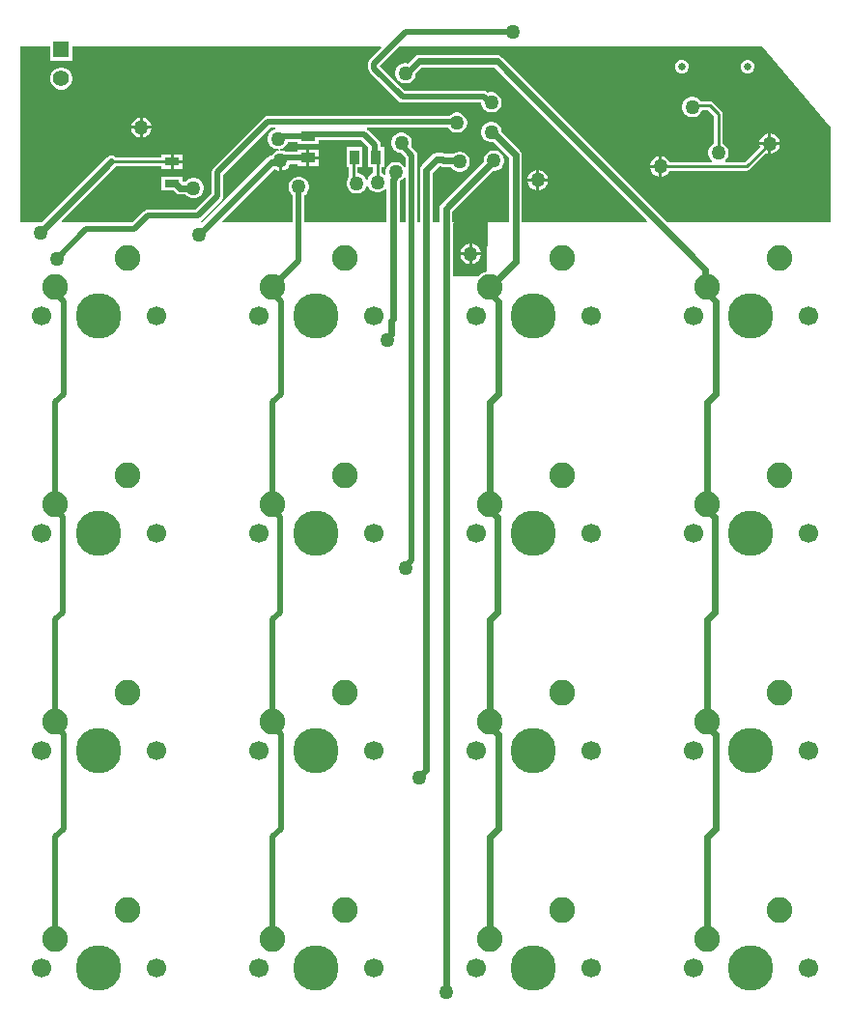
<source format=gbr>
G04*
G04 #@! TF.GenerationSoftware,Altium Limited,Altium Designer,22.4.2 (48)*
G04*
G04 Layer_Physical_Order=1*
G04 Layer_Color=255*
%FSLAX25Y25*%
%MOIN*%
G70*
G04*
G04 #@! TF.SameCoordinates,D4448EEE-889B-48FB-A541-E9576EB43F8F*
G04*
G04*
G04 #@! TF.FilePolarity,Positive*
G04*
G01*
G75*
%ADD12C,0.01000*%
%ADD13R,0.05118X0.02756*%
%ADD14R,0.05118X0.03543*%
%ADD15R,0.03543X0.05118*%
%ADD26C,0.01968*%
%ADD27C,0.02461*%
%ADD28C,0.08858*%
%ADD29C,0.06693*%
%ADD30C,0.15700*%
%ADD31C,0.02559*%
%ADD32C,0.05575*%
%ADD33R,0.05575X0.05575*%
%ADD34C,0.05000*%
G36*
X510236Y360236D02*
Y327559D01*
X454003D01*
X396884Y384679D01*
X396146Y385172D01*
X395276Y385345D01*
X368302D01*
X367432Y385172D01*
X366695Y384679D01*
X364387Y382371D01*
X364142Y382437D01*
X363220D01*
X362330Y382199D01*
X361532Y381738D01*
X360880Y381086D01*
X360420Y380288D01*
X360181Y379398D01*
Y378476D01*
X360420Y377586D01*
X360880Y376788D01*
X361532Y376136D01*
X362330Y375676D01*
X363220Y375437D01*
X364142D01*
X365032Y375676D01*
X365830Y376136D01*
X366482Y376788D01*
X366943Y377586D01*
X367181Y378476D01*
Y378733D01*
X369245Y380797D01*
X394334D01*
X447110Y328021D01*
X446918Y327559D01*
X403849D01*
Y350787D01*
X403676Y351658D01*
X403183Y352395D01*
X396807Y358771D01*
Y359122D01*
X396569Y360012D01*
X396108Y360810D01*
X395456Y361462D01*
X394658Y361923D01*
X393768Y362161D01*
X392846D01*
X391956Y361923D01*
X391158Y361462D01*
X390506Y360810D01*
X390046Y360012D01*
X389807Y359122D01*
Y358201D01*
X390046Y357311D01*
X390506Y356512D01*
X391158Y355861D01*
X391956Y355400D01*
X392846Y355161D01*
X393768D01*
X393939Y355207D01*
X399301Y349846D01*
Y327559D01*
X392205D01*
X391833Y310617D01*
X390778Y310335D01*
X389541Y309620D01*
X388949Y309028D01*
X380473Y308950D01*
X380118Y309302D01*
Y327274D01*
X380224Y327559D01*
X379833D01*
Y331342D01*
X393810Y345319D01*
X394555D01*
X395445Y345557D01*
X396244Y346018D01*
X396895Y346670D01*
X397356Y347468D01*
X397594Y348358D01*
Y349280D01*
X397356Y350170D01*
X396895Y350968D01*
X396244Y351620D01*
X395445Y352080D01*
X394555Y352319D01*
X393634D01*
X392743Y352080D01*
X391945Y351620D01*
X391294Y350968D01*
X390833Y350170D01*
X390595Y349280D01*
Y348535D01*
X375951Y333891D01*
X375458Y333154D01*
X375285Y332283D01*
Y327559D01*
X373140D01*
Y344727D01*
X375351Y346939D01*
X375687D01*
X375879Y346810D01*
X376749Y346637D01*
X379373D01*
X379581Y346276D01*
X380233Y345624D01*
X381031Y345164D01*
X381921Y344925D01*
X382843D01*
X383733Y345164D01*
X384531Y345624D01*
X385183Y346276D01*
X385643Y347074D01*
X385882Y347964D01*
Y348886D01*
X385643Y349776D01*
X385183Y350574D01*
X384531Y351226D01*
X383733Y351687D01*
X382843Y351925D01*
X381921D01*
X381031Y351687D01*
X380233Y351226D01*
X380192Y351185D01*
X377510D01*
X377318Y351313D01*
X376448Y351487D01*
X374410D01*
X373539Y351313D01*
X372801Y350821D01*
X369258Y347277D01*
X368765Y346539D01*
X368592Y345669D01*
Y327559D01*
X367771D01*
Y350656D01*
X367617Y351430D01*
X367179Y352087D01*
X365592Y353673D01*
X365803Y354461D01*
Y355382D01*
X365565Y356272D01*
X365104Y357070D01*
X364452Y357722D01*
X363654Y358183D01*
X362764Y358421D01*
X361842D01*
X360952Y358183D01*
X360154Y357722D01*
X359502Y357070D01*
X359042Y356272D01*
X358803Y355382D01*
Y354461D01*
X359042Y353570D01*
X359502Y352772D01*
X360154Y352121D01*
X360952Y351660D01*
X361842Y351421D01*
X362122D01*
X363725Y349818D01*
Y346839D01*
X363225Y346705D01*
X363037Y347031D01*
X362385Y347683D01*
X361587Y348143D01*
X360697Y348382D01*
X359775D01*
X358885Y348143D01*
X358087Y347683D01*
X357435Y347031D01*
X356975Y346233D01*
X356736Y345343D01*
Y344421D01*
X356819Y344114D01*
X356370Y343855D01*
X356086Y344139D01*
X355466Y344497D01*
Y346441D01*
X356315D01*
Y353559D01*
X355152D01*
Y354155D01*
X354998Y354929D01*
X354559Y355585D01*
X350766Y359378D01*
X350312Y359682D01*
X350464Y360182D01*
X378354D01*
X378597Y359760D01*
X379249Y359109D01*
X380047Y358648D01*
X380937Y358410D01*
X381858D01*
X382749Y358648D01*
X383547Y359109D01*
X384198Y359760D01*
X384659Y360559D01*
X384898Y361449D01*
Y362370D01*
X384659Y363260D01*
X384198Y364058D01*
X383547Y364710D01*
X382749Y365171D01*
X381858Y365409D01*
X380937D01*
X380047Y365171D01*
X379249Y364710D01*
X378766Y364228D01*
X316142D01*
X315368Y364074D01*
X314711Y363635D01*
X297388Y346312D01*
X296950Y345656D01*
X296796Y344882D01*
Y337452D01*
X291288Y331944D01*
X274737D01*
X273963Y331790D01*
X273306Y331352D01*
X269514Y327559D01*
X245208D01*
X245016Y328021D01*
X263813Y346817D01*
X263865Y346896D01*
X279512D01*
Y346047D01*
X282571D01*
Y348425D01*
Y350803D01*
X279512D01*
Y349955D01*
X263865D01*
X263813Y350033D01*
X263075Y350526D01*
X262205Y350699D01*
X261334Y350526D01*
X260597Y350033D01*
X238123Y327559D01*
X231062D01*
X230709Y327913D01*
X230709Y330709D01*
X230709Y388233D01*
X241094D01*
Y383378D01*
X248669D01*
Y388233D01*
X355191D01*
X355382Y387771D01*
X351353Y383742D01*
X350915Y383086D01*
X350761Y382311D01*
Y380681D01*
X350915Y379907D01*
X351353Y379250D01*
X361168Y369436D01*
X361824Y368997D01*
X362598Y368843D01*
X389800D01*
X389807Y368836D01*
Y368437D01*
X390046Y367547D01*
X390506Y366749D01*
X391158Y366097D01*
X391956Y365636D01*
X392846Y365398D01*
X393768D01*
X394658Y365636D01*
X395456Y366097D01*
X396108Y366749D01*
X396569Y367547D01*
X396807Y368437D01*
Y369358D01*
X396569Y370249D01*
X396108Y371047D01*
X395456Y371698D01*
X394658Y372159D01*
X393768Y372398D01*
X392846D01*
X392154Y372212D01*
X392069Y372297D01*
X391412Y372735D01*
X390638Y372889D01*
X363436D01*
X354830Y381496D01*
X361566Y388233D01*
X486614D01*
X510236Y360236D01*
D02*
G37*
G36*
X350494Y353929D02*
X350772Y353559D01*
X350772D01*
X350772Y353559D01*
Y346441D01*
X352408D01*
Y344497D01*
X351788Y344139D01*
X351136Y343488D01*
X350676Y342689D01*
X350600Y342407D01*
X350313Y342342D01*
X350071Y342366D01*
X349651Y343094D01*
X348999Y343746D01*
X348201Y344206D01*
X347311Y344445D01*
X347199D01*
Y346441D01*
X348835D01*
Y353559D01*
X343291D01*
Y346441D01*
X344140D01*
Y343208D01*
X344144Y343188D01*
X344050Y343094D01*
X343589Y342296D01*
X343350Y341406D01*
Y340484D01*
X343589Y339594D01*
X344050Y338796D01*
X344701Y338144D01*
X345499Y337683D01*
X346390Y337445D01*
X347311D01*
X348201Y337683D01*
X348999Y338144D01*
X349651Y338796D01*
X350112Y339594D01*
X350188Y339877D01*
X350474Y339942D01*
X350716Y339917D01*
X351136Y339190D01*
X351788Y338538D01*
X352586Y338077D01*
X353476Y337839D01*
X354398D01*
X355288Y338077D01*
X356086Y338538D01*
X356675Y339127D01*
X357175Y339038D01*
Y327559D01*
X328795D01*
Y336890D01*
X328921Y336963D01*
X329572Y337615D01*
X330033Y338413D01*
X330272Y339303D01*
Y340225D01*
X330033Y341115D01*
X329572Y341913D01*
X328921Y342565D01*
X328123Y343025D01*
X327232Y343264D01*
X326311D01*
X325421Y343025D01*
X324623Y342565D01*
X323971Y341913D01*
X323510Y341115D01*
X323272Y340225D01*
Y339303D01*
X323510Y338413D01*
X323971Y337615D01*
X324623Y336963D01*
X324748Y336890D01*
Y327559D01*
X300621D01*
X300430Y328021D01*
X318389Y345980D01*
X319122Y345557D01*
X319972Y345329D01*
Y348819D01*
X320972D01*
Y345329D01*
X321823Y345557D01*
X322621Y346018D01*
X323273Y346670D01*
X323734Y347468D01*
X323799Y347710D01*
X326489D01*
Y346961D01*
X329548D01*
Y349733D01*
Y352505D01*
X326489D01*
Y351756D01*
X322385D01*
X321823Y352080D01*
X320933Y352319D01*
X320285D01*
X320219Y352819D01*
X321036Y353038D01*
X321834Y353499D01*
X322486Y354150D01*
X322947Y354948D01*
X323011Y355190D01*
X326489D01*
Y354442D01*
X333607D01*
Y355925D01*
X348498D01*
X350494Y353929D01*
D02*
G37*
G36*
X363725Y342924D02*
Y327559D01*
X361723D01*
Y341538D01*
X361851Y341730D01*
X361861Y341778D01*
X362385Y342081D01*
X363037Y342733D01*
X363225Y343058D01*
X363725Y342924D01*
D02*
G37*
G36*
X318785Y359682D02*
X318334Y359561D01*
X317536Y359100D01*
X316884Y358448D01*
X316424Y357650D01*
X316185Y356760D01*
Y355838D01*
X316424Y354948D01*
X316884Y354150D01*
X317536Y353499D01*
X318334Y353038D01*
X319224Y352799D01*
X319872D01*
X319938Y352299D01*
X319122Y352080D01*
X318323Y351620D01*
X317672Y350968D01*
X317455Y350593D01*
X316656Y350434D01*
X315918Y349941D01*
X293536Y327559D01*
X292984D01*
X292900Y328052D01*
X293557Y328491D01*
X300250Y335184D01*
X300688Y335840D01*
X300842Y336614D01*
Y344044D01*
X316980Y360182D01*
X318720D01*
X318785Y359682D01*
D02*
G37*
%LPC*%
G36*
X482166Y383559D02*
X481259D01*
X480421Y383212D01*
X479780Y382571D01*
X479433Y381733D01*
Y380826D01*
X479780Y379988D01*
X480421Y379347D01*
X481259Y379000D01*
X482166D01*
X483004Y379347D01*
X483645Y379988D01*
X483992Y380826D01*
Y381733D01*
X483645Y382571D01*
X483004Y383212D01*
X482166Y383559D01*
D02*
G37*
G36*
X459410D02*
X458503D01*
X457665Y383212D01*
X457024Y382571D01*
X456677Y381733D01*
Y380826D01*
X457024Y379988D01*
X457665Y379347D01*
X458503Y379000D01*
X459410D01*
X460248Y379347D01*
X460889Y379988D01*
X461236Y380826D01*
Y381733D01*
X460889Y382571D01*
X460248Y383212D01*
X459410Y383559D01*
D02*
G37*
G36*
X245380Y380953D02*
X244383D01*
X243420Y380695D01*
X242556Y380196D01*
X241851Y379491D01*
X241353Y378627D01*
X241094Y377664D01*
Y376667D01*
X241353Y375704D01*
X241851Y374840D01*
X242556Y374135D01*
X243420Y373636D01*
X244383Y373378D01*
X245380D01*
X246344Y373636D01*
X247207Y374135D01*
X247913Y374840D01*
X248411Y375704D01*
X248669Y376667D01*
Y377664D01*
X248411Y378627D01*
X247913Y379491D01*
X247207Y380196D01*
X246344Y380695D01*
X245380Y380953D01*
D02*
G37*
G36*
X272941Y363726D02*
Y360736D01*
X275930D01*
X275702Y361587D01*
X275242Y362385D01*
X274590Y363037D01*
X273792Y363498D01*
X272941Y363726D01*
D02*
G37*
G36*
X271941D02*
X271090Y363498D01*
X270292Y363037D01*
X269640Y362385D01*
X269180Y361587D01*
X268952Y360736D01*
X271941D01*
Y363726D01*
D02*
G37*
G36*
X275930Y359736D02*
X272941D01*
Y356747D01*
X273792Y356975D01*
X274590Y357435D01*
X275242Y358087D01*
X275702Y358885D01*
X275930Y359736D01*
D02*
G37*
G36*
X271941D02*
X268952D01*
X269180Y358885D01*
X269640Y358087D01*
X270292Y357435D01*
X271090Y356975D01*
X271941Y356747D01*
Y359736D01*
D02*
G37*
G36*
X489870Y358214D02*
Y355224D01*
X492860D01*
X492632Y356075D01*
X492171Y356873D01*
X491519Y357525D01*
X490721Y357986D01*
X489870Y358214D01*
D02*
G37*
G36*
X488870D02*
X488019Y357986D01*
X487221Y357525D01*
X486569Y356873D01*
X486109Y356075D01*
X485881Y355224D01*
X488870D01*
Y358214D01*
D02*
G37*
G36*
X492860Y354224D02*
X489870D01*
Y351235D01*
X490721Y351463D01*
X491519Y351924D01*
X492171Y352575D01*
X492632Y353374D01*
X492860Y354224D01*
D02*
G37*
G36*
X463059Y370823D02*
X462138D01*
X461247Y370584D01*
X460449Y370124D01*
X459798Y369472D01*
X459337Y368674D01*
X459098Y367784D01*
Y366862D01*
X459337Y365972D01*
X459798Y365174D01*
X460449Y364522D01*
X461247Y364061D01*
X462138Y363823D01*
X463059D01*
X463949Y364061D01*
X464747Y364522D01*
X465399Y365174D01*
X465860Y365972D01*
X465948Y366300D01*
X468152D01*
X470124Y364327D01*
Y354733D01*
X469504Y354376D01*
X468853Y353724D01*
X468392Y352926D01*
X468153Y352036D01*
Y351114D01*
X468392Y350224D01*
X468853Y349426D01*
X469399Y348880D01*
X469249Y348380D01*
X454733D01*
X454376Y348999D01*
X453724Y349651D01*
X452926Y350112D01*
X452075Y350340D01*
Y346850D01*
Y343361D01*
X452926Y343589D01*
X453724Y344050D01*
X454376Y344701D01*
X454733Y345321D01*
X481496D01*
X482081Y345437D01*
X482578Y345769D01*
X488218Y351410D01*
X488870Y351235D01*
Y354224D01*
X485881D01*
X486055Y353573D01*
X480863Y348380D01*
X474058D01*
X473908Y348880D01*
X474454Y349426D01*
X474915Y350224D01*
X475153Y351114D01*
Y352036D01*
X474915Y352926D01*
X474454Y353724D01*
X473803Y354376D01*
X473183Y354733D01*
Y364961D01*
X473067Y365546D01*
X472735Y366042D01*
X469867Y368910D01*
X469371Y369242D01*
X468785Y369358D01*
X465465D01*
X465399Y369472D01*
X464747Y370124D01*
X463949Y370584D01*
X463059Y370823D01*
D02*
G37*
G36*
X286630Y350803D02*
X283571D01*
Y348925D01*
X286630D01*
Y350803D01*
D02*
G37*
G36*
X451075Y350340D02*
X450224Y350112D01*
X449426Y349651D01*
X448774Y348999D01*
X448313Y348201D01*
X448085Y347350D01*
X451075D01*
Y350340D01*
D02*
G37*
G36*
X286630Y347925D02*
X283571D01*
Y346047D01*
X286630D01*
Y347925D01*
D02*
G37*
G36*
X451075Y346350D02*
X448085D01*
X448313Y345499D01*
X448774Y344701D01*
X449426Y344050D01*
X450224Y343589D01*
X451075Y343361D01*
Y346350D01*
D02*
G37*
G36*
X409793Y345616D02*
Y342626D01*
X412782D01*
X412554Y343477D01*
X412093Y344275D01*
X411442Y344927D01*
X410644Y345388D01*
X409793Y345616D01*
D02*
G37*
G36*
X408793D02*
X407942Y345388D01*
X407144Y344927D01*
X406492Y344275D01*
X406031Y343477D01*
X405803Y342626D01*
X408793D01*
Y345616D01*
D02*
G37*
G36*
X412782Y341626D02*
X409793D01*
Y338636D01*
X410644Y338864D01*
X411442Y339325D01*
X412093Y339977D01*
X412554Y340775D01*
X412782Y341626D01*
D02*
G37*
G36*
X408793D02*
X405803D01*
X406031Y340775D01*
X406492Y339977D01*
X407144Y339325D01*
X407942Y338864D01*
X408793Y338636D01*
Y341626D01*
D02*
G37*
G36*
X286630Y343323D02*
X279512D01*
Y338567D01*
X283414D01*
X284219Y337762D01*
X284957Y337269D01*
X285827Y337096D01*
X287875D01*
X288402Y336569D01*
X289200Y336109D01*
X290090Y335870D01*
X291012D01*
X291902Y336109D01*
X292700Y336569D01*
X293352Y337221D01*
X293813Y338019D01*
X294051Y338909D01*
Y339831D01*
X293813Y340721D01*
X293352Y341519D01*
X292700Y342171D01*
X291902Y342632D01*
X291012Y342870D01*
X290090D01*
X289200Y342632D01*
X288402Y342171D01*
X287875Y341644D01*
X286769D01*
X286630Y341783D01*
Y343323D01*
D02*
G37*
G36*
X386622Y320123D02*
Y317134D01*
X389612D01*
X389384Y317985D01*
X388923Y318783D01*
X388271Y319435D01*
X387473Y319895D01*
X386622Y320123D01*
D02*
G37*
G36*
X385622D02*
X384771Y319895D01*
X383973Y319435D01*
X383321Y318783D01*
X382861Y317985D01*
X382633Y317134D01*
X385622D01*
Y320123D01*
D02*
G37*
G36*
X389612Y316134D02*
X386622D01*
Y313144D01*
X387473Y313372D01*
X388271Y313833D01*
X388923Y314485D01*
X389384Y315283D01*
X389612Y316134D01*
D02*
G37*
G36*
X385622D02*
X382633D01*
X382861Y315283D01*
X383321Y314485D01*
X383973Y313833D01*
X384771Y313372D01*
X385622Y313144D01*
Y316134D01*
D02*
G37*
G36*
X333607Y352505D02*
X330548D01*
Y350233D01*
X333607D01*
Y352505D01*
D02*
G37*
G36*
Y349233D02*
X330548D01*
Y346961D01*
X333607D01*
Y349233D01*
D02*
G37*
%LPD*%
D12*
X262205Y348425D02*
X283071D01*
X353937Y341339D02*
Y350000D01*
X467874Y228162D02*
Y230276D01*
Y153556D02*
Y155276D01*
X392874Y303149D02*
Y305276D01*
X463104Y367829D02*
X468785D01*
X471654Y353543D02*
Y364961D01*
X468785Y367829D02*
X471654Y364961D01*
X451575Y346850D02*
X481496D01*
X489370Y354724D01*
X283071Y340945D02*
X284252D01*
X345669Y343208D02*
Y350000D01*
X346850Y340945D02*
Y342027D01*
X345669Y343208D02*
X346850Y342027D01*
X462598Y367323D02*
X463104Y367829D01*
D13*
X283071Y340945D02*
D03*
Y348425D02*
D03*
D14*
X330048Y349733D02*
D03*
Y357213D02*
D03*
D15*
X346063Y350000D02*
D03*
X353543D02*
D03*
D26*
X316142Y362205D02*
X381102D01*
X381398Y361910D01*
X322207Y349733D02*
X330048D01*
X320472Y348819D02*
X321293D01*
X322207Y349733D01*
X320505Y356299D02*
X321420Y357213D01*
X330048D01*
X319685Y356299D02*
X320505D01*
X330048Y357213D02*
X330782Y357948D01*
X298819Y344882D02*
X316142Y362205D01*
X362303Y354101D02*
X365748Y350656D01*
Y210937D02*
Y350656D01*
X362303Y354101D02*
Y354921D01*
X253543Y325197D02*
X270013D01*
X243307Y314961D02*
X253543Y325197D01*
X363779Y208968D02*
X365748Y210937D01*
X330782Y357948D02*
X349336D01*
X353129Y354155D01*
Y350415D02*
X353543Y350000D01*
X353129Y350415D02*
Y354155D01*
X352784Y380681D02*
X362598Y370866D01*
X352784Y380681D02*
Y382311D01*
X363779Y393307D02*
X400787D01*
X352784Y382311D02*
X363779Y393307D01*
X362598Y370866D02*
X390638D01*
X392607Y368898D01*
X393307D01*
X363779Y208268D02*
Y208968D01*
X292126Y329921D02*
X298819Y336614D01*
X274737Y329921D02*
X292126D01*
X270013Y325197D02*
X274737Y329921D01*
X298819Y336614D02*
Y344882D01*
X242874Y228162D02*
Y265514D01*
Y190514D02*
X245276Y192915D01*
Y225761D01*
X242874Y228162D02*
X245276Y225761D01*
X242874Y265514D02*
X245669Y268309D01*
X242874Y303149D02*
X245669Y300354D01*
Y268309D02*
Y300354D01*
X242874Y80276D02*
Y115514D01*
X245669Y118309D01*
Y150761D01*
X242874Y153556D02*
Y190514D01*
Y153556D02*
X245669Y150761D01*
X317874Y228162D02*
Y265514D01*
Y190514D02*
X320276Y192915D01*
Y225761D01*
X317874Y228162D02*
X320276Y225761D01*
X317874Y265514D02*
X320669Y268309D01*
X317874Y303149D02*
X320669Y300354D01*
Y268309D02*
Y300354D01*
X317874Y80276D02*
Y115514D01*
X320669Y118309D01*
Y150761D01*
X317874Y153556D02*
Y190514D01*
Y153556D02*
X320669Y150761D01*
X326772Y314165D02*
Y339764D01*
X317874Y305268D02*
X326772Y314165D01*
D27*
X368302Y383071D02*
X395276D01*
X363681Y378937D02*
X364169D01*
X368302Y383071D01*
X376448Y349213D02*
X376749Y348911D01*
X374410Y349213D02*
X376448D01*
X381896Y348911D02*
X382382Y348425D01*
X376749Y348911D02*
X381896D01*
X319987Y348333D02*
X320472Y348819D01*
X292421Y323228D02*
X317526Y348333D01*
X319987D01*
X237697Y323917D02*
X262205Y348425D01*
X377559Y61811D02*
Y332283D01*
X394094Y348819D01*
X395276Y383071D02*
X467191Y311155D01*
Y305958D02*
X467874Y305276D01*
X467191Y305958D02*
Y311155D01*
X392874Y305268D02*
X401575Y313968D01*
X393701Y358661D02*
X401575Y350787D01*
Y313968D02*
Y350787D01*
X393307Y358661D02*
X393701D01*
X358661Y293491D02*
X359449Y294279D01*
X357480Y287695D02*
X358661Y288876D01*
X359449Y294279D02*
Y342299D01*
X357480Y287008D02*
Y287695D01*
X358661Y288876D02*
Y293491D01*
X359449Y342299D02*
X359750Y342600D01*
Y344396D01*
X360236Y344882D01*
X370866Y345669D02*
X374410Y349213D01*
X368522Y135809D02*
Y136176D01*
X370866Y138520D02*
Y345669D01*
X368522Y136176D02*
X370866Y138520D01*
X467874Y230276D02*
Y265514D01*
Y155276D02*
Y190514D01*
X470276Y192915D01*
Y225761D01*
X467874Y228162D02*
X470276Y225761D01*
X467874Y265514D02*
X470669Y268309D01*
X467874Y303149D02*
X470669Y300354D01*
Y268309D02*
Y300354D01*
X467874Y80276D02*
Y115514D01*
X470669Y118309D01*
Y150761D01*
X467874Y153556D02*
X470669Y150761D01*
X392874Y153556D02*
X395669Y150761D01*
X392874Y153556D02*
Y190514D01*
X395669Y118309D02*
Y150761D01*
X392874Y115514D02*
X395669Y118309D01*
X392874Y80276D02*
Y115514D01*
X395669Y268309D02*
Y300354D01*
X392874Y303149D02*
X395669Y300354D01*
X392874Y265514D02*
X395669Y268309D01*
X392874Y228162D02*
X395276Y225761D01*
Y192915D02*
Y225761D01*
X392874Y190514D02*
X395276Y192915D01*
X392874Y228162D02*
Y265514D01*
X284252Y340945D02*
X285827Y339370D01*
X290551D01*
D28*
X242874Y305276D02*
D03*
X267756Y315276D02*
D03*
X342756D02*
D03*
X317874Y305276D02*
D03*
X392874D02*
D03*
X417756Y315276D02*
D03*
X492756D02*
D03*
X467874Y305276D02*
D03*
X242874Y230276D02*
D03*
X267756Y240276D02*
D03*
X342756D02*
D03*
X317874Y230276D02*
D03*
X392874D02*
D03*
X417756Y240276D02*
D03*
X492756D02*
D03*
X467874Y230276D02*
D03*
X242874Y155276D02*
D03*
X267756Y165276D02*
D03*
X342756D02*
D03*
X317874Y155276D02*
D03*
X392874D02*
D03*
X417756Y165276D02*
D03*
X492756D02*
D03*
X467874Y155276D02*
D03*
X242874Y80276D02*
D03*
X267756Y90276D02*
D03*
X342756D02*
D03*
X317874Y80276D02*
D03*
X392874D02*
D03*
X417756Y90276D02*
D03*
X492756D02*
D03*
X467874Y80276D02*
D03*
D29*
X277559Y295276D02*
D03*
X238189D02*
D03*
X313189D02*
D03*
X352559D02*
D03*
X427559D02*
D03*
X388189D02*
D03*
X463189D02*
D03*
X502559D02*
D03*
X277559Y220276D02*
D03*
X238189D02*
D03*
X313189D02*
D03*
X352559D02*
D03*
X427559D02*
D03*
X388189D02*
D03*
X463189D02*
D03*
X502559D02*
D03*
X277559Y145276D02*
D03*
X238189D02*
D03*
X313189D02*
D03*
X352559D02*
D03*
X427559D02*
D03*
X388189D02*
D03*
X463189D02*
D03*
X502559D02*
D03*
X277559Y70276D02*
D03*
X238189D02*
D03*
X313189D02*
D03*
X352559D02*
D03*
X427559D02*
D03*
X388189D02*
D03*
X463189D02*
D03*
X502559D02*
D03*
D30*
X257874Y295276D02*
D03*
X332874D02*
D03*
X407874D02*
D03*
X482874D02*
D03*
X257874Y220276D02*
D03*
X332874D02*
D03*
X407874D02*
D03*
X482874D02*
D03*
X257874Y145276D02*
D03*
X332874D02*
D03*
X407874D02*
D03*
X482874D02*
D03*
X257874Y70276D02*
D03*
X332874D02*
D03*
X407874D02*
D03*
X482874D02*
D03*
D31*
X481713Y381279D02*
D03*
X458957D02*
D03*
D32*
X244882Y377165D02*
D03*
D33*
Y387165D02*
D03*
D34*
X381398Y361910D02*
D03*
X363681Y378937D02*
D03*
X382382Y348425D02*
D03*
X362303Y354921D02*
D03*
X237697Y323917D02*
D03*
X292421Y323228D02*
D03*
X386122Y316634D02*
D03*
X400787Y393307D02*
D03*
X393307Y368898D02*
D03*
Y358661D02*
D03*
X409293Y342126D02*
D03*
X272441Y360236D02*
D03*
X377559Y61811D02*
D03*
X394094Y348819D02*
D03*
X368522Y135809D02*
D03*
X363779Y208268D02*
D03*
X357480Y287008D02*
D03*
X360236Y344882D02*
D03*
X326772Y339764D02*
D03*
X243307Y314961D02*
D03*
X451575Y346850D02*
D03*
X489370Y354724D02*
D03*
X290551Y339370D02*
D03*
X320472Y348819D02*
D03*
X319685Y356299D02*
D03*
X353937Y341339D02*
D03*
X346850Y340945D02*
D03*
X462598Y367323D02*
D03*
X471654Y351575D02*
D03*
M02*

</source>
